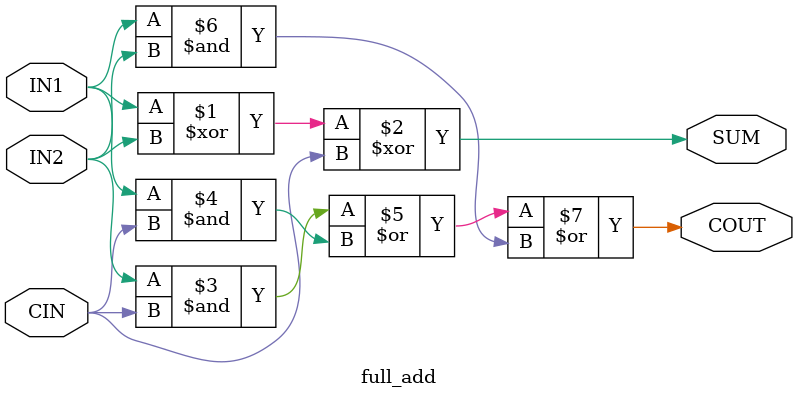
<source format=sv>
`timescale 1ns / 1ps


module RCA_4_bit(
     IN1,
     IN2,
     OUT
    );
    //combinational
    parameter bits = 4;
    input [bits-1:0] IN1;
    input [bits-1:0] IN2;
    output [bits-1:0] OUT;
    logic [bits-1:0] c;
    logic a=0;
    
//    logic clk;
//    always_ff @(posedge clk) begin
//        logic [31:0] ram [255:0];
//    end
    
    full_add FA0 (.IN1(IN1[0]), .IN2(IN2[0]), .CIN(a), .SUM(OUT[0]), .COUT(c[0]));
    full_add FA1 (.IN1(IN1[1]), .IN2(IN2[1]), .CIN(c[0]), .SUM(OUT[1]), .COUT(c[1]));
    full_add FA2 (.IN1(IN1[2]), .IN2(IN2[2]), .CIN(c[1]), .SUM(OUT[2]), .COUT(c[2]));
    full_add FA3 (.IN1(IN1[3]), .IN2(IN2[3]), .CIN(c[2]), .SUM(OUT[3]), .COUT(c[3]));

endmodule

module full_add(
     
    input  IN1, IN2,CIN,//input 0 is bit 1, 1 is bit 2, 2 is carry in
    output SUM, COUT //output 0 is sum, 1 is carry out
    );
    //assign LED[0] = ~IN[0]&~IN[1]&IN[2] | ~IN[0]&IN[1]&~IN[2] | IN[0]&~IN[1]&~IN[2] | IN[0]&IN[1]&IN[2];
    assign SUM = IN1 ^ IN2 ^ CIN;
    assign COUT = IN2&CIN | IN1&CIN | IN1&IN2;
    //assign SUM = OUT[0];
    //assign CARRY = OUT[1];
     
endmodule

</source>
